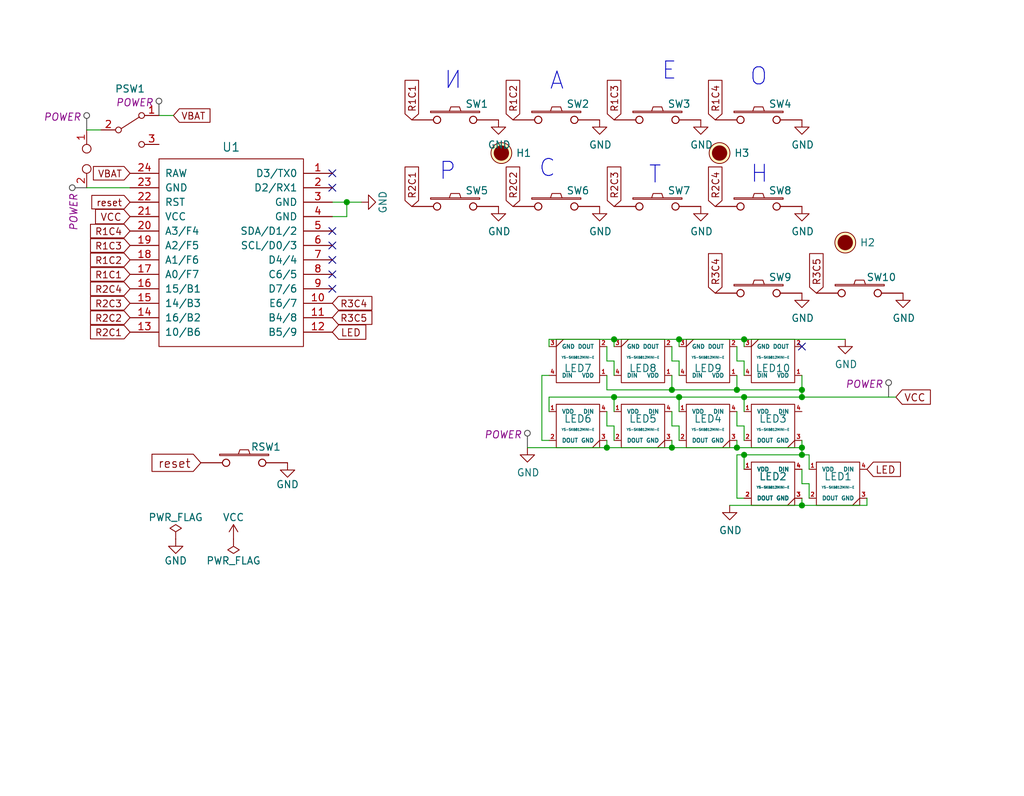
<source format=kicad_sch>
(kicad_sch (version 20231120) (generator "eeschema") (generator_version "8.0")
  (paper "User" 180.01 140.005)
  (title_block (title "РИСАТЕНО") (date "2021-02-28") (rev "0.2_RGB") (company "Aroum"))
  (lib_symbols
    (symbol "Connector:TestPoint_2Pole" (pin_names (offset 0.762) hide)
      (property "Reference" "TP" (at 0 1.524 0))
      (property "Value" "TestPoint_2Pole" (at 0 -1.778 0))
      (symbol "TestPoint_2Pole_0_1"
        (circle (center -1.778 0) (radius 0.762))
        (circle (center 1.778 0) (radius 0.762))
        (pin passive line (at -5.08 0 0) (length 2.54) (name "1") (number "1"))
        (pin passive line (at 5.08 0 180) (length 2.54) (name "2") (number "2"))
      )
    )
    (symbol "PNCATEHO:ProMicro_r" (pin_names (offset 1.016))
      (property "Reference" "U" (at 1.27 22.86 0))
      (property "Value" "ProMicro_r" (at 1.27 -15.24 0))
      (symbol "ProMicro_r_0_1"
        (rectangle (start 13.97 20.32) (end -11.43 -12.7))
      )
      (symbol "ProMicro_r_1_1"
        (pin bidirectional line (at 19.05 17.78 180) (length 5.08) (name "D3/TX0") (number "1"))
        (pin bidirectional line (at 19.05 -5.08 180) (length 5.08) (name "E6/7") (number "10"))
        (pin bidirectional line (at 19.05 -7.62 180) (length 5.08) (name "B4/8") (number "11"))
        (pin bidirectional line (at 19.05 -10.16 180) (length 5.08) (name "B5/9") (number "12"))
        (pin bidirectional line (at -16.51 -10.16 0) (length 5.08) (name "10/B6") (number "13"))
        (pin bidirectional line (at -16.51 -7.62 0) (length 5.08) (name "16/B2") (number "14"))
        (pin bidirectional line (at -16.51 -5.08 0) (length 5.08) (name "14/B3") (number "15"))
        (pin bidirectional line (at -16.51 -2.54 0) (length 5.08) (name "15/B1") (number "16"))
        (pin bidirectional line (at -16.51 0 0) (length 5.08) (name "A0/F7") (number "17"))
        (pin bidirectional line (at -16.51 2.54 0) (length 5.08) (name "A1/F6") (number "18"))
        (pin bidirectional line (at -16.51 5.08 0) (length 5.08) (name "A2/F5") (number "19"))
        (pin bidirectional line (at 19.05 15.24 180) (length 5.08) (name "D2/RX1") (number "2"))
        (pin bidirectional line (at -16.51 7.62 0) (length 5.08) (name "A3/F4") (number "20"))
        (pin power_in line (at -16.51 10.16 0) (length 5.08) (name "VCC") (number "21"))
        (pin input line (at -16.51 12.7 0) (length 5.08) (name "RST") (number "22"))
        (pin power_in line (at -16.51 15.24 0) (length 5.08) (name "GND") (number "23"))
        (pin power_out line (at -16.51 17.78 0) (length 5.08) (name "RAW") (number "24"))
        (pin power_in line (at 19.05 12.7 180) (length 5.08) (name "GND") (number "3"))
        (pin power_in line (at 19.05 10.16 180) (length 5.08) (name "GND") (number "4"))
        (pin bidirectional line (at 19.05 7.62 180) (length 5.08) (name "SDA/D1/2") (number "5"))
        (pin bidirectional line (at 19.05 5.08 180) (length 5.08) (name "SCL/D0/3") (number "6"))
        (pin bidirectional line (at 19.05 2.54 180) (length 5.08) (name "D4/4") (number "7"))
        (pin bidirectional line (at 19.05 0 180) (length 5.08) (name "C6/5") (number "8"))
        (pin bidirectional line (at 19.05 -2.54 180) (length 5.08) (name "D7/6") (number "9"))
      )
    )
    (symbol "PNCATEHO:SW_PUSH" (pin_numbers hide) (pin_names (offset 1.016) hide)
      (property "Reference" "SW" (at 3.81 2.794 0))
      (property "Value" "SW_PUSH" (at 0 -2.032 0))
      (symbol "SW_PUSH_0_1"
        (rectangle (start -4.318 1.27) (end 4.318 1.524))
        (polyline (pts (xy -1.016 1.524) (xy -0.762 2.286) (xy 0.762 2.286) (xy 1.016 1.524)))
        (pin passive inverted (at -7.62 0 0) (length 5.08) (name "1") (number "1"))
        (pin passive inverted (at 7.62 0 180) (length 5.08) (name "2") (number "2"))
      )
    )
    (symbol "PNCATEHO:YS-SK6812MINI-E" (pin_names (offset 1.016))
      (property "Reference" "LED" (at 0 0 0))
      (property "Value" "YS-SK6812MINI-E" (at 0 -1.524 0))
      (symbol "YS-SK6812MINI-E_0_1"
        (rectangle (start -3.81 3.81) (end 3.81 -3.81))
        (polyline (pts (xy 2.54 -3.81) (xy 3.81 -2.54)))
      )
      (symbol "YS-SK6812MINI-E_1_1"
        (pin power_in line (at -5.08 2.54 0) (length 1.1938) (name "VDD") (number "1"))
        (pin output line (at -5.08 -2.54 0) (length 1.1938) (name "DOUT") (number "2"))
        (pin power_in line (at 5.08 -2.54 180) (length 1.1938) (name "GND") (number "3"))
        (pin input line (at 5.08 2.54 180) (length 1.1938) (name "DIN") (number "4"))
      )
    )
    (symbol "Switch:SW_SPDT" (pin_names (offset 0) hide)
      (property "Reference" "SW" (at 0 4.318 0))
      (property "Value" "SW_SPDT" (at 0 -5.08 0))
      (symbol "SW_SPDT_0_0"
        (circle (center -2.032 0) (radius 0.508))
        (circle (center 2.032 -2.54) (radius 0.508))
      )
      (symbol "SW_SPDT_0_1"
        (polyline (pts (xy -1.524 0.254) (xy 1.651 2.286)))
        (circle (center 2.032 2.54) (radius 0.508))
      )
      (symbol "SW_SPDT_1_1"
        (pin passive line (at 5.08 2.54 180) (length 2.54) (name "A") (number "1"))
        (pin passive line (at -5.08 0 0) (length 2.54) (name "B") (number "2"))
        (pin passive line (at 5.08 -2.54 180) (length 2.54) (name "C") (number "3"))
      )
    )
    (symbol "kbd:Hole" (pin_names (offset 1.016))
      (property "Reference" "H" (at 0 0 0))
      (symbol "Hole_0_1"
        (circle (center 0 0) (radius 1.27) (fill (type outline)))
        (circle (center 0 0) (radius 1.8288) (fill (type background)))
      )
    )
    (symbol "power:GND" (power) (pin_names (offset 0))
      (property "Value" "GND" (at 0 -3.81 0))
      (symbol "GND_0_1"
        (polyline (pts (xy 0 0) (xy 0 -1.27) (xy 1.27 -1.27) (xy 0 -2.54) (xy -1.27 -1.27) (xy 0 -1.27)))
      )
      (symbol "GND_1_1"
        (pin power_in line (at 0 0 270) (length 0) hide (name "GND") (number "1"))
      )
    )
    (symbol "power:PWR_FLAG" (power) (pin_numbers hide) (pin_names (offset 0) hide)
      (property "Value" "PWR_FLAG" (at 0 3.81 0))
      (symbol "PWR_FLAG_0_0"
        (pin power_out line (at 0 0 90) (length 0) (name "pwr") (number "1"))
      )
      (symbol "PWR_FLAG_0_1"
        (polyline (pts (xy 0 0) (xy 0 1.27) (xy -1.016 1.905) (xy 0 2.54) (xy 1.016 1.905) (xy 0 1.27)))
      )
    )
    (symbol "power:VCC" (power) (pin_names (offset 0))
      (property "Value" "VCC" (at 0 3.81 0))
      (symbol "VCC_0_1"
        (polyline (pts (xy -0.762 1.27) (xy 0 2.54)))
        (polyline (pts (xy 0 0) (xy 0 2.54)))
        (polyline (pts (xy 0 2.54) (xy 0.762 1.27)))
      )
      (symbol "VCC_1_1"
        (pin power_in line (at 0 0 90) (length 0) hide (name "VCC") (number "1"))
      )
    )
  )
  (junction (at 140.97 78.74))
  (junction (at 130.81 59.69))
  (junction (at 60.96 35.56))
  (junction (at 119.38 59.69))
  (junction (at 129.54 78.74))
  (junction (at 140.97 68.58))
  (junction (at 129.54 68.58))
  (junction (at 130.81 69.85))
  (junction (at 140.97 88.9))
  (junction (at 119.38 69.85))
  (junction (at 107.95 69.85))
  (junction (at 140.97 80.01))
  (junction (at 140.97 69.85))
  (junction (at 118.11 68.58))
  (junction (at 130.81 80.01))
  (junction (at 118.11 78.74))
  (junction (at 107.95 59.69))
  (junction (at 106.68 78.74))
  (no_connect (at 58.42 40.64))
  (no_connect (at 140.97 60.96))
  (no_connect (at 58.42 33.02))
  (no_connect (at 58.42 48.26))
  (no_connect (at 58.42 50.8))
  (no_connect (at 58.42 43.18))
  (no_connect (at 58.42 30.48))
  (no_connect (at 58.42 45.72))
  (wire (pts (xy 96.52 69.85) (xy 96.52 72.39)))
  (wire (pts (xy 107.95 77.47) (xy 107.95 74.93)))
  (wire (pts (xy 96.52 77.47) (xy 95.25 77.47)))
  (wire (pts (xy 140.97 88.9) (xy 152.4 88.9)))
  (wire (pts (xy 119.38 63.5) (xy 118.11 63.5)))
  (wire (pts (xy 119.38 66.04) (xy 119.38 63.5)))
  (wire (pts (xy 152.4 87.63) (xy 152.4 88.9)))
  (wire (pts (xy 129.54 68.58) (xy 140.97 68.58)))
  (wire (pts (xy 106.68 63.5) (xy 106.68 60.96)))
  (wire (pts (xy 119.38 69.85) (xy 107.95 69.85)))
  (wire (pts (xy 142.24 87.63) (xy 142.24 85.09)))
  (wire (pts (xy 107.95 74.93) (xy 106.68 74.93)))
  (wire (pts (xy 129.54 78.74) (xy 118.11 78.74)))
  (wire (pts (xy 130.81 74.93) (xy 129.54 74.93)))
  (wire (pts (xy 140.97 88.9) (xy 128.27 88.9)))
  (wire (pts (xy 130.81 87.63) (xy 129.54 87.63)))
  (wire (pts (xy 130.81 82.55) (xy 130.81 80.01)))
  (wire (pts (xy 140.97 69.85) (xy 130.81 69.85)))
  (wire (pts (xy 17.78 22.86) (xy 15.24 22.86)))
  (wire (pts (xy 129.54 74.93) (xy 129.54 72.39)))
  (wire (pts (xy 119.38 69.85) (xy 119.38 72.39)))
  (wire (pts (xy 107.95 59.69) (xy 96.52 59.69)))
  (wire (pts (xy 106.68 66.04) (xy 106.68 68.58)))
  (wire (pts (xy 119.38 77.47) (xy 119.38 74.93)))
  (wire (pts (xy 106.68 74.93) (xy 106.68 72.39)))
  (wire (pts (xy 118.11 68.58) (xy 129.54 68.58)))
  (wire (pts (xy 157.48 69.85) (xy 140.97 69.85)))
  (wire (pts (xy 129.54 80.01) (xy 130.81 80.01)))
  (wire (pts (xy 27.94 20.32) (xy 30.48 20.32)))
  (wire (pts (xy 63.5 35.56) (xy 60.96 35.56)))
  (wire (pts (xy 130.81 59.69) (xy 119.38 59.69)))
  (wire (pts (xy 129.54 87.63) (xy 129.54 80.01)))
  (wire (pts (xy 107.95 69.85) (xy 96.52 69.85)))
  (wire (pts (xy 130.81 63.5) (xy 129.54 63.5)))
  (wire (pts (xy 119.38 59.69) (xy 119.38 60.96)))
  (wire (pts (xy 118.11 68.58) (xy 118.11 66.04)))
  (wire (pts (xy 95.25 66.04) (xy 96.52 66.04)))
  (wire (pts (xy 119.38 59.69) (xy 107.95 59.69)))
  (wire (pts (xy 140.97 87.63) (xy 140.97 88.9)))
  (wire (pts (xy 60.96 35.56) (xy 58.42 35.56)))
  (wire (pts (xy 118.11 74.93) (xy 118.11 72.39)))
  (wire (pts (xy 130.81 77.47) (xy 130.81 74.93)))
  (wire (pts (xy 107.95 66.04) (xy 107.95 63.5)))
  (wire (pts (xy 95.25 66.04) (xy 95.25 77.47)))
  (wire (pts (xy 96.52 59.69) (xy 96.52 60.96)))
  (wire (pts (xy 119.38 74.93) (xy 118.11 74.93)))
  (wire (pts (xy 107.95 63.5) (xy 106.68 63.5)))
  (wire (pts (xy 118.11 78.74) (xy 106.68 78.74)))
  (wire (pts (xy 58.42 38.1) (xy 60.96 38.1)))
  (wire (pts (xy 106.68 78.74) (xy 92.71 78.74)))
  (wire (pts (xy 129.54 68.58) (xy 129.54 66.04)))
  (wire (pts (xy 130.81 59.69) (xy 148.59 59.69)))
  (wire (pts (xy 142.24 80.01) (xy 142.24 82.55)))
  (wire (pts (xy 140.97 80.01) (xy 142.24 80.01)))
  (wire (pts (xy 107.95 59.69) (xy 107.95 60.96)))
  (wire (pts (xy 107.95 69.85) (xy 107.95 72.39)))
  (wire (pts (xy 140.97 78.74) (xy 140.97 80.01)))
  (wire (pts (xy 130.81 69.85) (xy 119.38 69.85)))
  (wire (pts (xy 15.24 33.02) (xy 22.86 33.02)))
  (wire (pts (xy 129.54 78.74) (xy 129.54 77.47)))
  (wire (pts (xy 142.24 85.09) (xy 140.97 85.09)))
  (wire (pts (xy 130.81 72.39) (xy 130.81 69.85)))
  (wire (pts (xy 118.11 63.5) (xy 118.11 60.96)))
  (wire (pts (xy 60.96 38.1) (xy 60.96 35.56)))
  (wire (pts (xy 129.54 63.5) (xy 129.54 60.96)))
  (wire (pts (xy 118.11 78.74) (xy 118.11 77.47)))
  (wire (pts (xy 140.97 85.09) (xy 140.97 82.55)))
  (wire (pts (xy 140.97 78.74) (xy 129.54 78.74)))
  (wire (pts (xy 140.97 68.58) (xy 140.97 69.85)))
  (wire (pts (xy 140.97 77.47) (xy 140.97 78.74)))
  (wire (pts (xy 130.81 80.01) (xy 140.97 80.01)))
  (wire (pts (xy 106.68 78.74) (xy 106.68 77.47)))
  (wire (pts (xy 130.81 66.04) (xy 130.81 63.5)))
  (wire (pts (xy 106.68 68.58) (xy 118.11 68.58)))
  (wire (pts (xy 140.97 68.58) (xy 140.97 66.04)))
  (wire (pts (xy 130.81 60.96) (xy 130.81 59.69)))
  (text "И\n" (at 77.978 16.002 0) (effects (font (size 3 3)) (justify left bottom)))
  (text "Т\n" (at 113.919 32.639 0) (effects (font (size 3 3)) (justify left bottom)))
  (text "Н\n" (at 131.826 32.512 0) (effects (font (size 3 3)) (justify left bottom)))
  (text "Р" (at 77.089 32.004 0) (effects (font (size 3 3)) (justify left bottom)))
  (text "Е" (at 116.205 14.351 0) (effects (font (size 3 3)) (justify left bottom)))
  (text "О\n" (at 131.699 15.367 0) (effects (font (size 3 3)) (justify left bottom)))
  (text "А\n" (at 96.52 16.129 0) (effects (font (size 3 3)) (justify left bottom)))
  (text "С" (at 94.615 31.496 0) (effects (font (size 3 3)) (justify left bottom)))
  (global_label "R2C2" (shape input) (at 22.86 55.88 180) (effects (font (size 1.1938 1.1938))) (property "Intersheetrefs" "${INTERSHEET_REFS}" (effects (hide yes))))
  (global_label "VBAT" (shape input) (at 22.86 30.48 180) (effects (font (size 1.1938 1.1938))) (property "Intersheetrefs" "${INTERSHEET_REFS}" (effects (hide yes))))
  (global_label "R1C3" (shape input) (at 22.86 43.18 180) (effects (font (size 1.1938 1.1938))) (property "Intersheetrefs" "${INTERSHEET_REFS}" (effects (hide yes))))
  (global_label "R1C1" (shape input) (at 22.86 48.26 180) (effects (font (size 1.1938 1.1938))) (property "Intersheetrefs" "${INTERSHEET_REFS}" (effects (hide yes))))
  (global_label "R3C5" (shape input) (at 143.51 51.562 90) (effects (font (size 1.1938 1.1938))) (property "Intersheetrefs" "${INTERSHEET_REFS}" (effects (hide yes))))
  (global_label "R1C2" (shape input) (at 22.86 45.72 180) (effects (font (size 1.1938 1.1938))) (property "Intersheetrefs" "${INTERSHEET_REFS}" (effects (hide yes))))
  (global_label "R3C4" (shape input) (at 58.42 53.34 0) (effects (font (size 1.1938 1.1938))) (property "Intersheetrefs" "${INTERSHEET_REFS}" (effects (hide yes))))
  (global_label "LED" (shape input) (at 152.4 82.55 0) (property "Intersheetrefs" "${INTERSHEET_REFS}" (effects (hide yes))))
  (global_label "R3C4" (shape input) (at 125.73 51.562 90) (effects (font (size 1.1938 1.1938))) (property "Intersheetrefs" "${INTERSHEET_REFS}" (effects (hide yes))))
  (global_label "R1C4" (shape input) (at 22.86 40.64 180) (effects (font (size 1.1938 1.1938))) (property "Intersheetrefs" "${INTERSHEET_REFS}" (effects (hide yes))))
  (global_label "VCC" (shape input) (at 157.48 69.85 0) (property "Intersheetrefs" "${INTERSHEET_REFS}" (effects (hide yes))))
  (global_label "R2C3" (shape input) (at 107.95 36.322 90) (effects (font (size 1.1938 1.1938))) (property "Intersheetrefs" "${INTERSHEET_REFS}" (effects (hide yes))))
  (global_label "R2C1" (shape input) (at 72.39 36.322 90) (effects (font (size 1.1938 1.1938))) (property "Intersheetrefs" "${INTERSHEET_REFS}" (effects (hide yes))))
  (global_label "R3C5" (shape input) (at 58.42 55.88 0) (effects (font (size 1.1938 1.1938))) (property "Intersheetrefs" "${INTERSHEET_REFS}" (effects (hide yes))))
  (global_label "R1C2" (shape input) (at 90.17 21.082 90) (effects (font (size 1.1938 1.1938))) (property "Intersheetrefs" "${INTERSHEET_REFS}" (effects (hide yes))))
  (global_label "reset" (shape input) (at 22.86 35.56 180) (effects (font (size 1.1938 1.1938))) (property "Intersheetrefs" "${INTERSHEET_REFS}" (effects (hide yes))))
  (global_label "R1C1" (shape input) (at 72.39 21.082 90) (effects (font (size 1.1938 1.1938))) (property "Intersheetrefs" "${INTERSHEET_REFS}" (effects (hide yes))))
  (global_label "reset" (shape input) (at 35.306 81.407 180) (effects (font (size 1.524 1.524))) (property "Intersheetrefs" "${INTERSHEET_REFS}" (effects (hide yes))))
  (global_label "R2C4" (shape input) (at 22.86 50.8 180) (effects (font (size 1.1938 1.1938))) (property "Intersheetrefs" "${INTERSHEET_REFS}" (effects (hide yes))))
  (global_label "R2C2" (shape input) (at 90.17 36.322 90) (effects (font (size 1.1938 1.1938))) (property "Intersheetrefs" "${INTERSHEET_REFS}" (effects (hide yes))))
  (global_label "R1C4" (shape input) (at 125.73 21.082 90) (effects (font (size 1.1938 1.1938))) (property "Intersheetrefs" "${INTERSHEET_REFS}" (effects (hide yes))))
  (global_label "R2C3" (shape input) (at 22.86 53.34 180) (effects (font (size 1.1938 1.1938))) (property "Intersheetrefs" "${INTERSHEET_REFS}" (effects (hide yes))))
  (global_label "R2C1" (shape input) (at 22.86 58.42 180) (effects (font (size 1.1938 1.1938))) (property "Intersheetrefs" "${INTERSHEET_REFS}" (effects (hide yes))))
  (global_label "R1C3" (shape input) (at 107.95 21.082 90) (effects (font (size 1.1938 1.1938))) (property "Intersheetrefs" "${INTERSHEET_REFS}" (effects (hide yes))))
  (global_label "LED" (shape input) (at 58.42 58.42 0) (property "Intersheetrefs" "${INTERSHEET_REFS}" (effects (hide yes))))
  (global_label "R2C4" (shape input) (at 125.73 36.322 90) (effects (font (size 1.1938 1.1938))) (property "Intersheetrefs" "${INTERSHEET_REFS}" (effects (hide yes))))
  (global_label "VBAT" (shape input) (at 30.48 20.32 0) (effects (font (size 1.1938 1.1938))) (property "Intersheetrefs" "${INTERSHEET_REFS}" (effects (hide yes))))
  (global_label "VCC" (shape input) (at 22.86 38.1 180) (property "Intersheetrefs" "${INTERSHEET_REFS}" (effects (hide yes))))
  (netclass_flag "" (length 2.54) (shape round) (at 15.24 33.02 90) (property "Netclass" "POWER" (at 12.954 40.64 90) (effects (font (italic yes)) (justify left))))
  (netclass_flag "" (length 2.54) (shape round) (at 156.21 69.85 0) (property "Netclass" "POWER" (at 148.59 67.564 0) (effects (font (italic yes)) (justify left))))
  (netclass_flag "" (length 2.54) (shape round) (at 15.24 22.86 0) (property "Netclass" "POWER" (at 7.62 20.574 0) (effects (font (italic yes)) (justify left))))
  (netclass_flag "" (length 2.54) (shape round) (at 27.94 20.32 0) (property "Netclass" "POWER" (at 20.32 18.034 0) (effects (font (italic yes)) (justify left))))
  (netclass_flag "" (length 2.54) (shape round) (at 92.71 78.74 0) (property "Netclass" "POWER" (at 85.09 76.454 0) (effects (font (italic yes)) (justify left))))
  (symbol (lib_id "PNCATEHO:SW_PUSH") (at 80.01 21.082 0) (unit 1)
    (property "Reference" "SW1" (at 83.82 18.288 0))
    (property "Value" "SW_PUSH" (effects (hide yes)))
    (property "Footprint" "PNCATEHO:ChocV1_duplex" (effects (hide yes)))
  )
  (symbol (lib_id "PNCATEHO:SW_PUSH") (at 97.79 21.082 0) (unit 1)
    (property "Reference" "SW2" (at 101.6 18.288 0))
    (property "Value" "SW_PUSH" (effects (hide yes)))
    (property "Footprint" "PNCATEHO:ChocV1_duplex" (effects (hide yes)))
  )
  (symbol (lib_id "PNCATEHO:SW_PUSH") (at 115.57 21.082 0) (unit 1)
    (property "Reference" "SW3" (at 119.38 18.288 0))
    (property "Value" "SW_PUSH" (effects (hide yes)))
    (property "Footprint" "PNCATEHO:ChocV1_duplex" (effects (hide yes)))
  )
  (symbol (lib_id "PNCATEHO:SW_PUSH") (at 133.35 21.082 0) (unit 1)
    (property "Reference" "SW4" (at 137.16 18.288 0))
    (property "Value" "SW_PUSH" (effects (hide yes)))
    (property "Footprint" "PNCATEHO:ChocV1_duplex" (effects (hide yes)))
  )
  (symbol (lib_id "PNCATEHO:SW_PUSH") (at 80.01 36.322 0) (unit 1)
    (property "Reference" "SW5" (at 83.82 33.528 0))
    (property "Value" "SW_PUSH" (effects (hide yes)))
    (property "Footprint" "PNCATEHO:ChocV1_duplex" (effects (hide yes)))
  )
  (symbol (lib_id "PNCATEHO:SW_PUSH") (at 97.79 36.322 0) (unit 1)
    (property "Reference" "SW6" (at 101.6 33.528 0))
    (property "Value" "SW_PUSH" (effects (hide yes)))
    (property "Footprint" "PNCATEHO:ChocV1_duplex" (effects (hide yes)))
  )
  (symbol (lib_id "PNCATEHO:SW_PUSH") (at 115.57 36.322 0) (unit 1)
    (property "Reference" "SW7" (at 119.38 33.528 0))
    (property "Value" "SW_PUSH" (effects (hide yes)))
    (property "Footprint" "PNCATEHO:ChocV1_duplex" (effects (hide yes)))
  )
  (symbol (lib_id "PNCATEHO:SW_PUSH") (at 133.35 36.322 0) (unit 1)
    (property "Reference" "SW8" (at 137.16 33.528 0))
    (property "Value" "SW_PUSH" (effects (hide yes)))
    (property "Footprint" "PNCATEHO:ChocV1_duplex" (effects (hide yes)))
  )
  (symbol (lib_id "PNCATEHO:SW_PUSH") (at 133.35 51.562 0) (unit 1)
    (property "Reference" "SW9" (at 137.16 48.768 0))
    (property "Value" "SW_PUSH" (effects (hide yes)))
    (property "Footprint" "PNCATEHO:ChocV1_duplex" (effects (hide yes)))
  )
  (symbol (lib_id "PNCATEHO:SW_PUSH") (at 151.13 51.562 0) (unit 1)
    (property "Reference" "SW10" (at 154.94 48.768 0))
    (property "Value" "SW_PUSH" (effects (hide yes)))
    (property "Footprint" "PNCATEHO:ChocV1_duplex" (effects (hide yes)))
  )
  (symbol (lib_id "power:GND") (at 63.5 35.56 90) (unit 1)
    (property "Reference" "#PWR08" (effects (hide yes)))
    (property "Value" "GND" (at 67.31 35.56 0))
  )
  (symbol (lib_id "power:GND") (at 30.8864 94.8182 0) (unit 1)
    (property "Reference" "#PWR04" (effects (hide yes)))
    (property "Value" "GND" (at 30.8864 98.6282 0))
  )
  (symbol (lib_id "power:VCC") (at 41.0464 94.8182 0) (unit 1)
    (property "Reference" "#PWR05" (effects (hide yes)))
    (property "Value" "VCC" (at 41.0464 91.0082 0))
  )
  (symbol (lib_id "power:PWR_FLAG") (at 41.0464 94.8182 180) (unit 1)
    (property "Reference" "#FLG02" (effects (hide yes)))
    (property "Value" "PWR_FLAG" (at 41.0464 98.6282 0))
  )
  (symbol (lib_id "power:PWR_FLAG") (at 30.8864 94.8182 0) (unit 1)
    (property "Reference" "#FLG01" (effects (hide yes)))
    (property "Value" "PWR_FLAG" (at 30.8864 91.0082 0))
  )
  (symbol (lib_id "PNCATEHO:SW_PUSH") (at 42.926 81.407 0) (unit 1)
    (property "Reference" "RSW1" (at 46.736 78.613 0))
    (property "Value" "SW_PUSH" (effects (hide yes)))
    (property "Footprint" "PNCATEHO:SW_3x4x2_2legs_duplex" (effects (hide yes)))
  )
  (symbol (lib_id "power:GND") (at 50.546 81.407 0) (unit 1)
    (property "Reference" "#PWR0101" (effects (hide yes)))
    (property "Value" "GND" (at 50.546 85.217 0))
  )
  (symbol (lib_id "PNCATEHO:ProMicro_r") (at 39.37 48.26 0) (unit 1)
    (property "Reference" "U1" (at 40.64 25.8826 0) (effects (font (size 1.524 1.524))))
    (property "Value" "ProMicro_r" (effects (hide yes)))
    (property "Footprint" "PNCATEHO:ProMicro_duplex" (effects (hide yes)))
  )
  (symbol (lib_id "power:GND") (at 140.97 36.322 0) (unit 1)
    (property "Reference" "#PWR0102" (effects (hide yes)))
    (property "Value" "GND" (at 141.097 40.7162 0))
  )
  (symbol (lib_id "power:GND") (at 123.19 36.322 0) (unit 1)
    (property "Reference" "#PWR0103" (effects (hide yes)))
    (property "Value" "GND" (at 123.317 40.7162 0))
  )
  (symbol (lib_id "power:GND") (at 105.41 36.322 0) (unit 1)
    (property "Reference" "#PWR0104" (effects (hide yes)))
    (property "Value" "GND" (at 105.537 40.7162 0))
  )
  (symbol (lib_id "power:GND") (at 87.63 36.322 0) (unit 1)
    (property "Reference" "#PWR0105" (effects (hide yes)))
    (property "Value" "GND" (at 87.757 40.7162 0))
  )
  (symbol (lib_id "power:GND") (at 140.97 51.562 0) (unit 1)
    (property "Reference" "#PWR0106" (effects (hide yes)))
    (property "Value" "GND" (at 141.097 55.9562 0))
  )
  (symbol (lib_id "power:GND") (at 158.75 51.562 0) (unit 1)
    (property "Reference" "#PWR0107" (effects (hide yes)))
    (property "Value" "GND" (at 158.877 55.9562 0))
  )
  (symbol (lib_id "power:GND") (at 140.97 21.082 0) (unit 1)
    (property "Reference" "#PWR0108" (effects (hide yes)))
    (property "Value" "GND" (at 141.097 25.4762 0))
  )
  (symbol (lib_id "power:GND") (at 123.19 21.082 0) (unit 1)
    (property "Reference" "#PWR0109" (effects (hide yes)))
    (property "Value" "GND" (at 123.317 25.4762 0))
  )
  (symbol (lib_id "power:GND") (at 105.41 21.082 0) (unit 1)
    (property "Reference" "#PWR0110" (effects (hide yes)))
    (property "Value" "GND" (at 105.537 25.4762 0))
  )
  (symbol (lib_id "power:GND") (at 87.63 21.082 0) (unit 1)
    (property "Reference" "#PWR0112" (effects (hide yes)))
    (property "Value" "GND" (at 87.757 25.4762 0))
  )
  (symbol (lib_id "power:GND") (at 128.27 88.9 0) (unit 1)
    (property "Reference" "#PWR0113" (effects (hide yes)))
    (property "Value" "GND" (at 128.397 93.2942 0))
  )
  (symbol (lib_id "PNCATEHO:YS-SK6812MINI-E") (at 147.32 85.09 0) (unit 1)
    (property "Reference" "LED1" (at 147.32 83.82 0) (effects (font (size 1.2954 1.2954))))
    (property "Value" "YS-SK6812MINI-E" (at 147.32 85.725 0) (effects (font (size 0.4064 0.4064))))
    (property "Footprint" "PNCATEHO:YS-SK6812MINI-E_duplex" (effects (hide yes)))
  )
  (symbol (lib_id "PNCATEHO:YS-SK6812MINI-E") (at 135.89 85.09 0) (unit 1)
    (property "Reference" "LED2" (at 135.89 83.82 0) (effects (font (size 1.2954 1.2954))))
    (property "Value" "YS-SK6812MINI-E" (at 135.89 85.725 0) (effects (font (size 0.4064 0.4064))))
    (property "Footprint" "PNCATEHO:YS-SK6812MINI-E_duplex" (effects (hide yes)))
  )
  (symbol (lib_id "PNCATEHO:YS-SK6812MINI-E") (at 135.89 74.93 0) (unit 1)
    (property "Reference" "LED3" (at 135.89 73.66 0) (effects (font (size 1.2954 1.2954))))
    (property "Value" "YS-SK6812MINI-E" (at 135.89 75.565 0) (effects (font (size 0.4064 0.4064))))
    (property "Footprint" "PNCATEHO:YS-SK6812MINI-E_duplex" (effects (hide yes)))
  )
  (symbol (lib_id "PNCATEHO:YS-SK6812MINI-E") (at 124.46 74.93 0) (unit 1)
    (property "Reference" "LED4" (at 124.46 73.66 0) (effects (font (size 1.2954 1.2954))))
    (property "Value" "YS-SK6812MINI-E" (at 124.46 75.565 0) (effects (font (size 0.4064 0.4064))))
    (property "Footprint" "PNCATEHO:YS-SK6812MINI-E_duplex" (effects (hide yes)))
  )
  (symbol (lib_id "PNCATEHO:YS-SK6812MINI-E") (at 113.03 74.93 0) (unit 1)
    (property "Reference" "LED5" (at 113.03 73.66 0) (effects (font (size 1.2954 1.2954))))
    (property "Value" "YS-SK6812MINI-E" (at 113.03 75.565 0) (effects (font (size 0.4064 0.4064))))
    (property "Footprint" "PNCATEHO:YS-SK6812MINI-E_duplex" (effects (hide yes)))
  )
  (symbol (lib_id "PNCATEHO:YS-SK6812MINI-E") (at 101.6 74.93 0) (unit 1)
    (property "Reference" "LED6" (at 101.6 73.66 0) (effects (font (size 1.2954 1.2954))))
    (property "Value" "YS-SK6812MINI-E" (at 101.6 75.565 0) (effects (font (size 0.4064 0.4064))))
    (property "Footprint" "PNCATEHO:YS-SK6812MINI-E_duplex" (effects (hide yes)))
  )
  (symbol (lib_id "PNCATEHO:YS-SK6812MINI-E") (at 135.89 63.5 180) (unit 1)
    (property "Reference" "LED10" (at 135.89 64.77 0) (effects (font (size 1.2954 1.2954))))
    (property "Value" "YS-SK6812MINI-E" (at 135.89 62.865 0) (effects (font (size 0.4064 0.4064))))
    (property "Footprint" "PNCATEHO:YS-SK6812MINI-E_duplex" (effects (hide yes)))
  )
  (symbol (lib_id "PNCATEHO:YS-SK6812MINI-E") (at 124.46 63.5 180) (unit 1)
    (property "Reference" "LED9" (at 124.46 64.77 0) (effects (font (size 1.2954 1.2954))))
    (property "Value" "YS-SK6812MINI-E" (at 124.46 62.865 0) (effects (font (size 0.4064 0.4064))))
    (property "Footprint" "PNCATEHO:YS-SK6812MINI-E_duplex" (effects (hide yes)))
  )
  (symbol (lib_id "PNCATEHO:YS-SK6812MINI-E") (at 113.03 63.5 180) (unit 1)
    (property "Reference" "LED8" (at 113.03 64.77 0) (effects (font (size 1.2954 1.2954))))
    (property "Value" "YS-SK6812MINI-E" (at 113.03 62.865 0) (effects (font (size 0.4064 0.4064))))
    (property "Footprint" "PNCATEHO:YS-SK6812MINI-E_duplex" (effects (hide yes)))
  )
  (symbol (lib_id "PNCATEHO:YS-SK6812MINI-E") (at 101.6 63.5 180) (unit 1)
    (property "Reference" "LED7" (at 101.6 64.77 0) (effects (font (size 1.2954 1.2954))))
    (property "Value" "YS-SK6812MINI-E" (at 101.6 62.865 0) (effects (font (size 0.4064 0.4064))))
    (property "Footprint" "PNCATEHO:YS-SK6812MINI-E_duplex" (effects (hide yes)))
  )
  (symbol (lib_id "power:GND") (at 148.59 59.69 0) (unit 1)
    (property "Reference" "#PWR0114" (effects (hide yes)))
    (property "Value" "GND" (at 148.717 64.0842 0))
  )
  (symbol (lib_id "power:GND") (at 92.71 78.74 0) (unit 1)
    (property "Reference" "#PWR0115" (effects (hide yes)))
    (property "Value" "GND" (at 92.837 83.1342 0))
  )
  (symbol (lib_id "kbd:Hole") (at 88.138 26.924 0) (unit 1)
    (property "Reference" "H1" (at 90.678 26.924 0) (effects (justify left)))
    (property "Value" "Hole" (effects (hide yes)))
    (property "Footprint" "enki_lib:HOLE" (effects (hide yes)))
  )
  (symbol (lib_id "Connector:TestPoint_2Pole") (at 15.24 27.94 270) (unit 1)
    (property "Reference" "J1" (effects (hide yes)))
    (property "Value" "TestPoint_2Pole" (effects (hide yes)))
    (property "Footprint" "enki_lib:battery_conn" (effects (hide yes)))
  )
  (symbol (lib_id "kbd:Hole") (at 148.59 42.672 0) (unit 1)
    (property "Reference" "H2" (at 151.13 42.672 0) (effects (justify left)))
    (property "Value" "Hole" (effects (hide yes)))
    (property "Footprint" "enki_lib:HOLE" (effects (hide yes)))
  )
  (symbol (lib_id "kbd:Hole") (at 126.492 26.924 0) (unit 1)
    (property "Reference" "H3" (at 129.032 26.924 0) (effects (justify left)))
    (property "Value" "Hole" (effects (hide yes)))
    (property "Footprint" "enki_lib:HOLE" (effects (hide yes)))
  )
  (symbol (lib_id "Switch:SW_SPDT") (at 22.86 22.86 0) (unit 1)
    (property "Reference" "PSW1" (at 22.86 15.621 0))
    (property "Value" "SW_SPDT" (effects (hide yes)))
    (property "Footprint" "enki_lib:switch_MSK-12C02_smd" (effects (hide yes)))
  )
)
</source>
